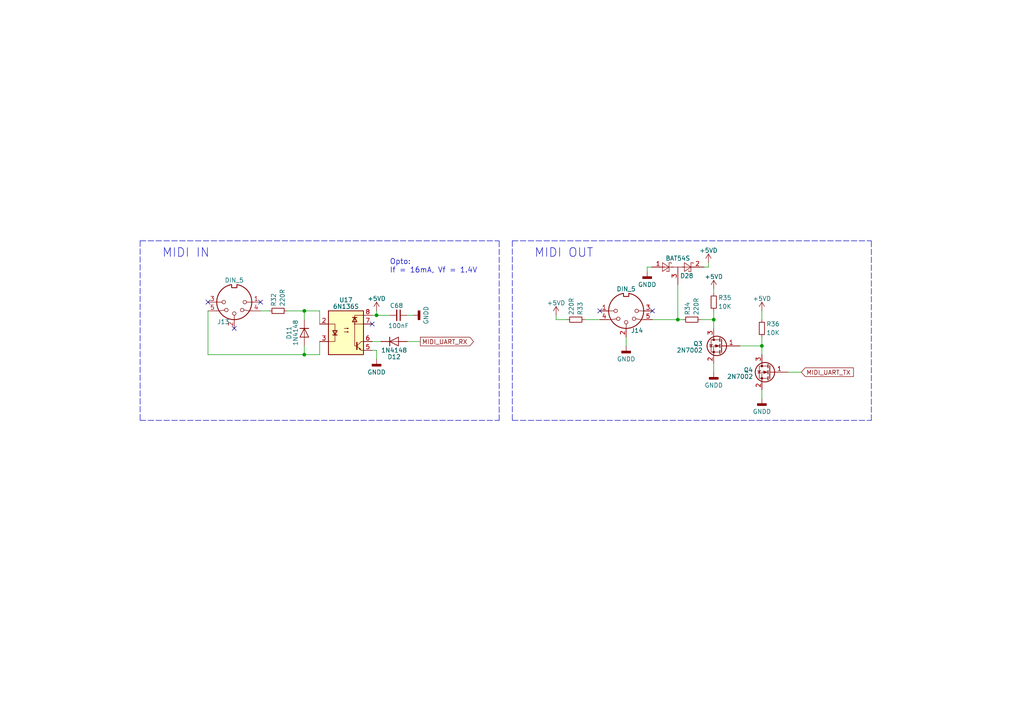
<source format=kicad_sch>
(kicad_sch (version 20211123) (generator eeschema)
  (paper "A4")
  (title_block (title "MOD DuoX - Bottom Board") (date "2022-01-26") (rev "Rev 2.0P2") (company "MOD Devices GmbH") (comment 1 "DuoX Audio processing board") (comment 2 "https://github.com/moddevices/mod-hw-duoX") (comment 3 "Inp Power: 12V 1A"))
  (lib_symbols
    (symbol "bottom-board-rescue:+5VD-power" (power) (pin_names (offset 0))
      (property "Value" "+5VD-power" (at 0 3.556 0))
      (symbol "+5VD-power_0_1"
        (polyline (pts (xy -0.762 1.27) (xy 0 2.54)))
        (polyline (pts (xy 0 0) (xy 0 2.54)))
        (polyline (pts (xy 0 2.54) (xy 0.762 1.27)))
      )
      (symbol "+5VD-power_1_1"
        (pin power_in line (at 0 0 90) (length 0) hide (name "+5VD") (number "1"))
      )
    )
    (symbol "bottom-board-rescue:1N4148WS-Diode" (pin_numbers hide) (pin_names (offset 1.016) hide)
      (property "Reference" "D" (at 0 2.54 0))
      (property "Value" "1N4148WS-Diode" (at 0 -2.54 0))
      (symbol "1N4148WS-Diode_0_1"
        (polyline (pts (xy -1.27 1.27) (xy -1.27 -1.27)) (stroke (width 0.254)))
        (polyline (pts (xy 1.27 0) (xy -1.27 0)))
        (polyline (pts (xy 1.27 1.27) (xy 1.27 -1.27) (xy -1.27 0) (xy 1.27 1.27)) (stroke (width 0.2032)))
      )
      (symbol "1N4148WS-Diode_1_1"
        (pin passive line (at -3.81 0 0) (length 2.54) (name "K") (number "1"))
        (pin passive line (at 3.81 0 180) (length 2.54) (name "A") (number "2"))
      )
    )
    (symbol "bottom-board-rescue:6N136S-Isolator" (pin_names (offset 1.016))
      (property "Reference" "U" (at -5.08 7.62 0))
      (property "Value" "6N136S-Isolator" (at 0 7.62 0))
      (symbol "6N136S-Isolator_0_1"
        (rectangle (start -5.08 6.35) (end 5.08 -6.35) (stroke (width 0.254)) (fill (type background)))
        (polyline (pts (xy -3.81 -0.635) (xy -2.54 -0.635)) (stroke (width 0.254)))
        (polyline (pts (xy 1.905 4.445) (xy 3.175 4.445)) (stroke (width 0.254)))
        (polyline (pts (xy 3.175 -2.794) (xy 3.175 -4.826)) (stroke (width 0.3556)))
        (polyline (pts (xy 3.302 -3.937) (xy 4.445 -5.08)))
        (polyline (pts (xy 3.302 -3.683) (xy 4.445 -2.54)))
        (polyline (pts (xy 5.08 -5.08) (xy 4.445 -5.08)))
        (polyline (pts (xy 5.08 -2.54) (xy 4.445 -2.54)))
        (polyline (pts (xy 5.08 2.54) (xy 2.54 2.54)))
        (polyline (pts (xy -5.08 2.54) (xy -3.175 2.54) (xy -3.175 -2.54) (xy -5.08 -2.54)))
        (polyline (pts (xy -3.175 -0.635) (xy -3.81 0.635) (xy -2.54 0.635) (xy -3.175 -0.635)) (stroke (width 0.254)))
        (polyline (pts (xy 2.54 4.445) (xy 1.905 3.175) (xy 3.175 3.175) (xy 2.54 4.445)) (stroke (width 0.254)))
        (polyline (pts (xy 4.318 -4.953) (xy 4.064 -4.445) (xy 3.81 -4.699) (xy 4.318 -4.953)))
        (polyline (pts (xy 5.08 5.08) (xy 2.54 5.08) (xy 2.54 -3.81) (xy 3.175 -3.81)))
        (polyline (pts (xy -0.508 0.254) (xy 0.762 0.254) (xy 0.381 0.127) (xy 0.381 0.381) (xy 0.762 0.254)))
        (polyline (pts (xy -0.508 1.27) (xy 0.762 1.27) (xy 0.381 1.143) (xy 0.381 1.397) (xy 0.762 1.27)))
        (circle (center 2.54 2.54) (radius 0.127))
      )
      (symbol "6N136S-Isolator_1_1"
        (pin no_connect line (at -5.08 5.08 0) (length 2.54) hide (name "NC") (number "1"))
        (pin passive line (at -7.62 2.54 0) (length 2.54) (name "~") (number "2"))
        (pin passive line (at -7.62 -2.54 0) (length 2.54) (name "~") (number "3"))
        (pin no_connect line (at -5.08 -5.08 0) (length 2.54) hide (name "NC") (number "4"))
        (pin passive line (at 7.62 -5.08 180) (length 2.54) (name "~") (number "5"))
        (pin passive line (at 7.62 -2.54 180) (length 2.54) (name "~") (number "6"))
        (pin passive line (at 7.62 2.54 180) (length 2.54) (name "~") (number "7"))
        (pin passive line (at 7.62 5.08 180) (length 2.54) (name "~") (number "8"))
      )
    )
    (symbol "bottom-board-rescue:BAT54S-Diode" (pin_names (offset 1.016))
      (property "Reference" "D" (at 0.635 -3.81 0))
      (property "Value" "BAT54S-Diode" (at -6.35 3.175 0))
      (symbol "BAT54S-Diode_0_1"
        (polyline (pts (xy -3.81 0) (xy -1.27 0)))
        (polyline (pts (xy -3.175 -1.27) (xy -3.175 -1.016)))
        (polyline (pts (xy -2.54 -1.27) (xy -3.175 -1.27)))
        (polyline (pts (xy -2.54 -1.27) (xy -2.54 1.27)))
        (polyline (pts (xy -2.54 1.27) (xy -1.905 1.27)))
        (polyline (pts (xy -1.905 0) (xy 1.905 0)))
        (polyline (pts (xy -1.905 1.27) (xy -1.905 1.016)))
        (polyline (pts (xy 1.27 0) (xy 3.81 0)))
        (polyline (pts (xy 3.175 -1.27) (xy 3.175 -1.016)))
        (polyline (pts (xy 3.81 -1.27) (xy 3.175 -1.27)))
        (polyline (pts (xy 3.81 -1.27) (xy 3.81 1.27)))
        (polyline (pts (xy 3.81 1.27) (xy 4.445 1.27)))
        (polyline (pts (xy 4.445 1.27) (xy 4.445 1.016)))
        (polyline (pts (xy -4.445 1.27) (xy -4.445 -1.27) (xy -2.54 0) (xy -4.445 1.27)))
        (polyline (pts (xy 1.905 1.27) (xy 1.905 -1.27) (xy 3.81 0) (xy 1.905 1.27)))
      )
      (symbol "BAT54S-Diode_1_1"
        (pin passive line (at -7.62 0 0) (length 3.81) (name "~") (number "1"))
        (pin passive line (at 7.62 0 180) (length 3.81) (name "~") (number "2"))
        (pin passive line (at 0 -5.08 90) (length 5.08) (name "~") (number "3"))
      )
    )
    (symbol "bottom-board-rescue:C_Small-Device" (pin_numbers hide) (pin_names (offset 0.254) hide)
      (property "Reference" "C" (at 0.254 1.778 0))
      (property "Value" "C_Small-Device" (at 0.254 -2.032 0))
      (symbol "C_Small-Device_0_1"
        (polyline (pts (xy -1.524 -0.508) (xy 1.524 -0.508)) (stroke (width 0.3302)))
        (polyline (pts (xy -1.524 0.508) (xy 1.524 0.508)) (stroke (width 0.3048)))
      )
      (symbol "C_Small-Device_1_1"
        (pin passive line (at 0 2.54 270) (length 2.032) (name "~") (number "1"))
        (pin passive line (at 0 -2.54 90) (length 2.032) (name "~") (number "2"))
      )
    )
    (symbol "bottom-board-rescue:DIN-5_180degree-Connector" (pin_names (offset 1.016))
      (property "Reference" "J" (at 3.175 5.715 0))
      (property "Value" "DIN-5_180degree-Connector" (at 0 -6.35 0))
      (symbol "DIN-5_180degree-Connector_0_1"
        (arc (start -5.08 0) (mid -3.8597 -3.3379) (end -0.762 -5.08) (stroke (width 0.254)))
        (circle (center -3.048 0) (radius 0.508))
        (circle (center -2.286 2.286) (radius 0.508))
        (polyline (pts (xy -5.08 0) (xy -3.556 0)))
        (polyline (pts (xy 0 5.08) (xy 0 3.81)))
        (polyline (pts (xy 5.08 0) (xy 3.556 0)))
        (polyline (pts (xy -5.08 2.54) (xy -4.318 2.54) (xy -2.794 2.286)))
        (polyline (pts (xy 5.08 2.54) (xy 4.318 2.54) (xy 2.794 2.286)))
        (polyline (pts (xy -0.762 -4.953) (xy -0.762 -4.191) (xy 0.762 -4.191) (xy 0.762 -4.953)) (stroke (width 0.254)))
        (circle (center 0 3.302) (radius 0.508))
        (arc (start 0.762 -5.08) (mid 3.8673 -3.3444) (end 5.08 0) (stroke (width 0.254)))
        (circle (center 2.286 2.286) (radius 0.508))
        (circle (center 3.048 0) (radius 0.508))
        (arc (start 5.08 0) (mid 0 5.08) (end -5.08 0) (stroke (width 0.254)))
      )
      (symbol "DIN-5_180degree-Connector_1_1"
        (pin passive line (at -7.62 0 0) (length 2.54) (name "~") (number "1"))
        (pin passive line (at 0 7.62 270) (length 2.54) (name "~") (number "2"))
        (pin passive line (at 7.62 0 180) (length 2.54) (name "~") (number "3"))
        (pin passive line (at -7.62 2.54 0) (length 2.54) (name "~") (number "4"))
        (pin passive line (at 7.62 2.54 180) (length 2.54) (name "~") (number "5"))
      )
    )
    (symbol "bottom-board-rescue:GNDD-power" (power) (pin_names (offset 0))
      (property "Value" "GNDD-power" (at 0 -3.175 0))
      (symbol "GNDD-power_0_1"
        (rectangle (start -1.27 -1.524) (end 1.27 -2.032) (stroke (width 0.254)) (fill (type outline)))
        (polyline (pts (xy 0 0) (xy 0 -1.524)))
      )
      (symbol "GNDD-power_1_1"
        (pin power_in line (at 0 0 270) (length 0) hide (name "GNDD") (number "1"))
      )
    )
    (symbol "bottom-board-rescue:Q_NMOS_GSD-Device" (pin_names (offset 0) hide)
      (property "Reference" "Q" (at 5.08 1.27 0))
      (property "Value" "Q_NMOS_GSD-Device" (at 5.08 -1.27 0))
      (symbol "Q_NMOS_GSD-Device_0_1"
        (polyline (pts (xy 0.0508 0) (xy 0.254 0)))
        (polyline (pts (xy 0.762 -1.778) (xy 2.54 -1.778)))
        (polyline (pts (xy 0.762 -1.27) (xy 0.762 -2.286)) (stroke (width 0.254)))
        (polyline (pts (xy 0.762 0) (xy 2.54 0)))
        (polyline (pts (xy 0.762 0.508) (xy 0.762 -0.508)) (stroke (width 0.254)))
        (polyline (pts (xy 0.762 1.778) (xy 2.54 1.778)))
        (polyline (pts (xy 0.762 2.286) (xy 0.762 1.27)) (stroke (width 0.254)))
        (polyline (pts (xy 2.54 -1.778) (xy 2.54 -2.54)))
        (polyline (pts (xy 2.54 -1.778) (xy 2.54 0)))
        (polyline (pts (xy 2.54 2.54) (xy 2.54 1.778)))
        (polyline (pts (xy 0.254 1.905) (xy 0.254 -1.905) (xy 0.254 -1.905)) (stroke (width 0.254)))
        (polyline (pts (xy 1.016 0) (xy 2.032 0.381) (xy 2.032 -0.381) (xy 1.016 0)) (fill (type outline)))
        (polyline (pts (xy 2.54 -1.778) (xy 3.302 -1.778) (xy 3.302 1.778) (xy 2.54 1.778)))
        (polyline (pts (xy 2.794 0.508) (xy 2.921 0.381) (xy 3.683 0.381) (xy 3.81 0.254)))
        (polyline (pts (xy 3.302 0.381) (xy 2.921 -0.254) (xy 3.683 -0.254) (xy 3.302 0.381)))
        (circle (center 1.651 0) (radius 2.8194) (stroke (width 0.254)))
        (circle (center 2.54 -1.778) (radius 0.2794) (fill (type outline)))
        (circle (center 2.54 1.778) (radius 0.2794) (fill (type outline)))
      )
      (symbol "Q_NMOS_GSD-Device_1_1"
        (pin input line (at -5.08 0 0) (length 5.08) (name "G") (number "1"))
        (pin passive line (at 2.54 -5.08 90) (length 2.54) (name "S") (number "2"))
        (pin passive line (at 2.54 5.08 270) (length 2.54) (name "D") (number "3"))
      )
    )
    (symbol "bottom-board-rescue:R_Small-Device" (pin_numbers hide) (pin_names (offset 0.254) hide)
      (property "Reference" "R" (at 0.762 0.508 0))
      (property "Value" "R_Small-Device" (at 0.762 -1.016 0))
      (symbol "R_Small-Device_0_1"
        (rectangle (start -0.762 1.778) (end 0.762 -1.778) (stroke (width 0.2032)))
      )
      (symbol "R_Small-Device_1_1"
        (pin passive line (at 0 2.54 270) (length 0.762) (name "~") (number "1"))
        (pin passive line (at 0 -2.54 90) (length 0.762) (name "~") (number "2"))
      )
    )
  )
  (junction (at 220.98 100.33))
  (junction (at 88.265 90.17))
  (junction (at 88.265 102.87))
  (junction (at 109.22 91.44))
  (junction (at 196.596 92.71))
  (junction (at 207.01 92.71))
  (no_connect (at 107.95 93.98))
  (no_connect (at 173.99 90.17))
  (no_connect (at 67.945 95.25))
  (no_connect (at 60.325 87.63))
  (no_connect (at 75.565 87.63))
  (no_connect (at 189.23 90.17))
  (wire (pts (xy 164.465 92.71) (xy 161.29 92.71)))
  (wire (pts (xy 88.265 102.87) (xy 92.71 102.87)))
  (wire (pts (xy 220.98 97.79) (xy 220.98 100.33)))
  (wire (pts (xy 161.29 92.71) (xy 161.29 91.44)))
  (wire (pts (xy 107.95 91.44) (xy 109.22 91.44)))
  (wire (pts (xy 203.2 92.71) (xy 207.01 92.71)))
  (wire (pts (xy 109.22 91.44) (xy 109.22 90.17)))
  (wire (pts (xy 207.01 105.41) (xy 207.01 107.95)))
  (wire (pts (xy 88.265 92.71) (xy 88.265 90.17)))
  (wire (pts (xy 205.486 77.47) (xy 204.216 77.47)))
  (wire (pts (xy 88.265 90.17) (xy 92.71 90.17)))
  (wire (pts (xy 214.63 100.33) (xy 220.98 100.33)))
  (wire (pts (xy 173.99 92.71) (xy 169.545 92.71)))
  (wire (pts (xy 109.22 101.6) (xy 109.22 104.14)))
  (wire (pts (xy 92.71 102.87) (xy 92.71 99.06)))
  (wire (pts (xy 205.486 77.47) (xy 205.486 76.2)))
  (polyline (pts (xy 252.73 121.92) (xy 252.73 69.85)))
  (wire (pts (xy 220.98 90.17) (xy 220.98 92.71)))
  (wire (pts (xy 88.265 100.33) (xy 88.265 102.87)))
  (wire (pts (xy 196.596 92.71) (xy 198.12 92.71)))
  (polyline (pts (xy 40.64 121.92) (xy 144.78 121.92)))
  (wire (pts (xy 60.325 90.17) (xy 60.325 102.87)))
  (wire (pts (xy 181.61 97.79) (xy 181.61 100.33)))
  (wire (pts (xy 187.706 77.47) (xy 188.976 77.47)))
  (wire (pts (xy 196.596 82.55) (xy 196.596 92.71)))
  (polyline (pts (xy 40.64 69.85) (xy 40.64 121.92)))
  (polyline (pts (xy 148.59 69.85) (xy 148.59 121.92)))
  (wire (pts (xy 109.22 91.44) (xy 113.03 91.44)))
  (polyline (pts (xy 40.64 69.85) (xy 144.78 69.85)))
  (wire (pts (xy 60.325 102.87) (xy 88.265 102.87)))
  (wire (pts (xy 207.01 83.82) (xy 207.01 85.09)))
  (wire (pts (xy 187.706 78.74) (xy 187.706 77.47)))
  (wire (pts (xy 118.11 91.44) (xy 119.761 91.44)))
  (wire (pts (xy 220.98 113.03) (xy 220.98 115.57)))
  (wire (pts (xy 107.95 101.6) (xy 109.22 101.6)))
  (wire (pts (xy 83.185 90.17) (xy 88.265 90.17)))
  (wire (pts (xy 110.49 99.06) (xy 107.95 99.06)))
  (wire (pts (xy 118.11 99.06) (xy 121.92 99.06)))
  (polyline (pts (xy 144.78 121.92) (xy 144.78 69.85)))
  (wire (pts (xy 207.01 90.17) (xy 207.01 92.71)))
  (wire (pts (xy 220.98 100.33) (xy 220.98 102.87)))
  (polyline (pts (xy 148.59 121.92) (xy 252.73 121.92)))
  (wire (pts (xy 75.565 90.17) (xy 78.105 90.17)))
  (wire (pts (xy 228.6 107.95) (xy 232.41 107.95)))
  (wire (pts (xy 92.71 90.17) (xy 92.71 93.98)))
  (wire (pts (xy 189.23 92.71) (xy 196.596 92.71)))
  (polyline (pts (xy 148.59 69.85) (xy 252.73 69.85)))
  (wire (pts (xy 207.01 92.71) (xy 207.01 95.25)))
  (text "MIDI IN" (at 46.99 74.93 0) (effects (font (size 2.54 2.54)) (justify left bottom)))
  (text "MIDI OUT" (at 154.94 74.93 0) (effects (font (size 2.54 2.54)) (justify left bottom)))
  (text "Opto:\nIf = 16mA, Vf = 1.4V" (at 113.03 79.375 0) (effects (font (size 1.524 1.524)) (justify left bottom)))
  (global_label "MIDI_UART_TX" (shape input) (at 232.41 107.95 0) (property "Intersheet References" "${INTERSHEET_REFS}" (effects hide)))
  (global_label "MIDI_UART_RX" (shape output) (at 121.92 99.06 0) (property "Intersheet References" "${INTERSHEET_REFS}" (effects hide)))
  (symbol (lib_id "bottom-board-rescue:GNDD-power") (at 109.22 104.14 0) (unit 1)
    (property "Reference" "#PWR0164" (effects hide))
    (property "Value" "GNDD" (at 109.22 107.95 0))
  )
  (symbol (lib_id "bottom-board-rescue:GNDD-power") (at 181.61 100.33 0) (unit 1)
    (property "Reference" "#PWR0166" (effects hide))
    (property "Value" "GNDD" (at 181.61 104.14 0))
  )
  (symbol (lib_id "bottom-board-rescue:GNDD-power") (at 207.01 107.95 0) (unit 1)
    (property "Reference" "#PWR0168" (effects hide))
    (property "Value" "GNDD" (at 207.01 111.76 0))
  )
  (symbol (lib_id "bottom-board-rescue:GNDD-power") (at 220.98 115.57 0) (unit 1)
    (property "Reference" "#PWR0170" (effects hide))
    (property "Value" "GNDD" (at 220.98 119.38 0))
  )
  (symbol (lib_id "bottom-board-rescue:R_Small-Device") (at 207.01 87.63 0) (unit 1)
    (property "Reference" "R35" (at 208.28 86.36 0) (effects (justify left)))
    (property "Value" "10K" (at 208.28 88.9 0) (effects (justify left)))
    (property "Footprint" "Resistor_SMD:R_0603_1608Metric" (effects hide))
    (property "MPN" "RR0816P-103-D" (effects hide))
  )
  (symbol (lib_id "bottom-board-rescue:R_Small-Device") (at 220.98 95.25 0) (unit 1)
    (property "Reference" "R36" (at 222.25 93.98 0) (effects (justify left)))
    (property "Value" "10K" (at 222.25 96.52 0) (effects (justify left)))
    (property "Footprint" "Resistor_SMD:R_0603_1608Metric" (effects hide))
    (property "MPN" "RR0816P-103-D" (effects hide))
  )
  (symbol (lib_id "bottom-board-rescue:DIN-5_180degree-Connector") (at 67.945 87.63 180) (unit 1)
    (property "Reference" "J13" (at 64.77 93.345 0))
    (property "Value" "DIN_5" (at 67.945 81.28 0))
    (property "Footprint" "footprints:SDS-50J" (effects hide))
    (property "MPN" "SDS-50J" (effects hide))
  )
  (symbol (lib_id "bottom-board-rescue:DIN-5_180degree-Connector") (at 181.61 90.17 0) (mirror x) (unit 1)
    (property "Reference" "J14" (at 184.785 95.885 0))
    (property "Value" "DIN_5" (at 181.61 83.82 0))
    (property "Footprint" "footprints:SDS-50J" (effects hide))
    (property "MPN" "SDS-50J" (effects hide))
  )
  (symbol (lib_id "bottom-board-rescue:Q_NMOS_GSD-Device") (at 209.55 100.33 0) (mirror y) (unit 1)
    (property "Reference" "Q3" (at 203.835 99.695 0) (effects (justify left)))
    (property "Value" "2N7002" (at 203.835 101.6 0) (effects (justify left)))
    (property "Footprint" "Package_TO_SOT_SMD:SOT-23" (effects hide))
    (property "MPN" "2N7002P,215" (effects hide))
  )
  (symbol (lib_id "bottom-board-rescue:Q_NMOS_GSD-Device") (at 223.52 107.95 0) (mirror y) (unit 1)
    (property "Reference" "Q4" (at 218.44 107.315 0) (effects (justify left)))
    (property "Value" "2N7002" (at 218.44 109.22 0) (effects (justify left)))
    (property "Footprint" "Package_TO_SOT_SMD:SOT-23" (effects hide))
    (property "MPN" "2N7002P,215" (effects hide))
  )
  (symbol (lib_id "bottom-board-rescue:+5VD-power") (at 161.29 91.44 0) (unit 1)
    (property "Reference" "#PWR0165" (effects hide))
    (property "Value" "+5VD" (at 161.29 87.884 0))
  )
  (symbol (lib_id "bottom-board-rescue:+5VD-power") (at 207.01 83.82 0) (unit 1)
    (property "Reference" "#PWR0167" (effects hide))
    (property "Value" "+5VD" (at 207.01 80.264 0))
  )
  (symbol (lib_id "bottom-board-rescue:+5VD-power") (at 220.98 90.17 0) (unit 1)
    (property "Reference" "#PWR0169" (effects hide))
    (property "Value" "+5VD" (at 220.98 86.614 0))
  )
  (symbol (lib_id "bottom-board-rescue:1N4148WS-Diode") (at 114.3 99.06 0) (unit 1)
    (property "Reference" "D12" (at 114.3 103.505 0))
    (property "Value" "1N4148" (at 114.3 101.6 0))
    (property "Footprint" "Diode_SMD:D_SOD-323" (effects hide))
    (property "MPN" "1N4148WX-TP" (effects hide))
  )
  (symbol (lib_id "bottom-board-rescue:1N4148WS-Diode") (at 88.265 96.52 270) (unit 1)
    (property "Reference" "D11" (at 83.82 96.52 0))
    (property "Value" "1N4148" (at 85.725 96.52 0))
    (property "Footprint" "Diode_SMD:D_SOD-323" (effects hide))
    (property "MPN" "1N4148WX-TP" (effects hide))
  )
  (symbol (lib_id "bottom-board-rescue:R_Small-Device") (at 80.645 90.17 90) (unit 1)
    (property "Reference" "R32" (at 79.375 88.9 0) (effects (justify left)))
    (property "Value" "220R" (at 81.915 88.9 0) (effects (justify left)))
    (property "Footprint" "Resistor_SMD:R_0603_1608Metric" (effects hide))
    (property "MPN" "RC0603FR-07220RL" (effects hide))
  )
  (symbol (lib_id "bottom-board-rescue:R_Small-Device") (at 167.005 92.71 270) (mirror x) (unit 1)
    (property "Reference" "R33" (at 168.275 91.44 0) (effects (justify left)))
    (property "Value" "220R" (at 165.735 91.44 0) (effects (justify left)))
    (property "Footprint" "Resistor_SMD:R_0603_1608Metric" (effects hide))
    (property "MPN" "RC0603FR-07220RL" (effects hide))
  )
  (symbol (lib_id "bottom-board-rescue:R_Small-Device") (at 200.66 92.71 90) (unit 1)
    (property "Reference" "R34" (at 199.39 91.44 0) (effects (justify left)))
    (property "Value" "220R" (at 201.93 91.44 0) (effects (justify left)))
    (property "Footprint" "Resistor_SMD:R_0603_1608Metric" (effects hide))
    (property "MPN" "RC0603FR-07220RL" (effects hide))
  )
  (symbol (lib_id "bottom-board-rescue:6N136S-Isolator") (at 100.33 96.52 0) (unit 1)
    (property "Reference" "U17" (at 100.33 86.995 0))
    (property "Value" "6N136S" (at 100.33 88.9 0))
    (property "Footprint" "Package_DIP:SMDIP-8_W9.53mm" (effects hide))
    (property "Datasheet" "https://optoelectronics.liteon.com/upload/download/DS70-2008-0032/6N135-L%206N136-L%20series.pdf" (effects hide))
    (property "MPN" "6N136S" (effects hide))
  )
  (symbol (lib_id "bottom-board-rescue:+5VD-power") (at 109.22 90.17 0) (unit 1)
    (property "Reference" "#PWR0227" (effects hide))
    (property "Value" "+5VD" (at 109.22 86.614 0))
  )
  (symbol (lib_id "bottom-board-rescue:C_Small-Device") (at 115.57 91.44 270) (mirror x) (unit 1)
    (property "Reference" "C68" (at 116.967 88.646 90) (effects (justify right)))
    (property "Value" "100nF" (at 118.618 94.488 90) (effects (justify right)))
    (property "Footprint" "Capacitor_SMD:C_0603_1608Metric" (effects hide))
    (property "MPN" "GCM188R71C104KA37D" (effects hide))
  )
  (symbol (lib_id "bottom-board-rescue:GNDD-power") (at 119.761 91.44 90) (unit 1)
    (property "Reference" "#PWR0309" (effects hide))
    (property "Value" "GNDD" (at 123.571 91.44 0))
  )
  (symbol (lib_id "bottom-board-rescue:BAT54S-Diode") (at 196.596 77.47 0) (unit 1)
    (property "Reference" "D28" (at 197.231 80.01 0) (effects (justify left)))
    (property "Value" "BAT54S" (at 196.596 74.93 0))
    (property "Footprint" "Package_TO_SOT_SMD:SOT-23" (effects hide))
    (property "Datasheet" "https://www.diodes.com/assets/Datasheets/ds11005.pdf" (effects hide))
    (property "MPN" "BAT54SFILM" (effects hide))
  )
  (symbol (lib_id "bottom-board-rescue:GNDD-power") (at 187.706 78.74 0) (unit 1)
    (property "Reference" "#PWR0311" (effects hide))
    (property "Value" "GNDD" (at 187.706 82.55 0))
  )
  (symbol (lib_id "bottom-board-rescue:+5VD-power") (at 205.486 76.2 0) (unit 1)
    (property "Reference" "#PWR0300" (effects hide))
    (property "Value" "+5VD" (at 205.486 72.644 0))
  )
)
</source>
